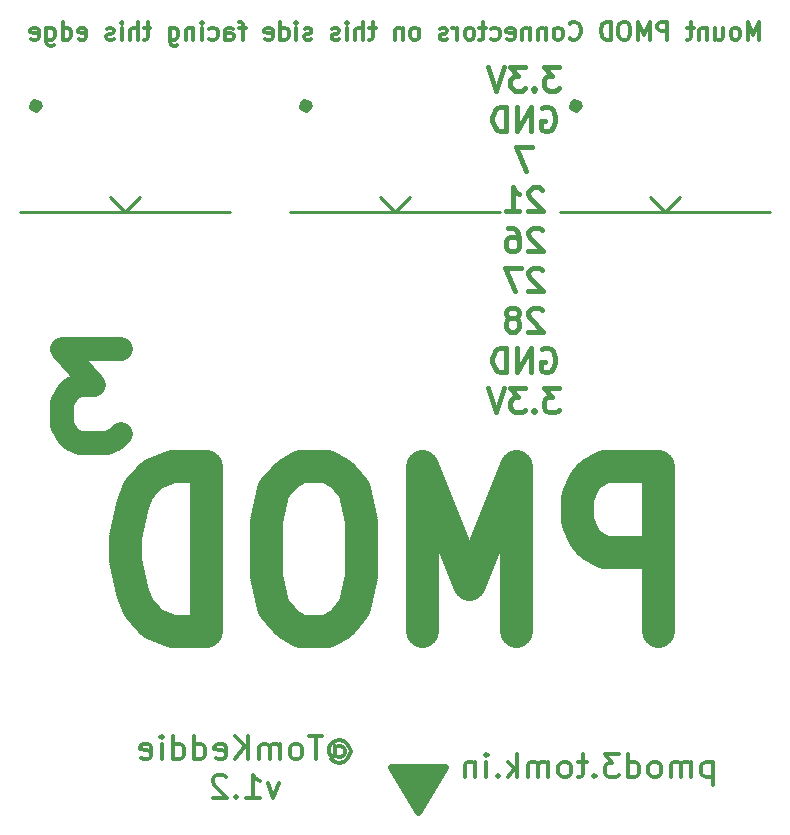
<source format=gbr>
G04 #@! TF.GenerationSoftware,KiCad,Pcbnew,5.1.4+dfsg1-1*
G04 #@! TF.CreationDate,2019-11-19T12:45:03-08:00*
G04 #@! TF.ProjectId,cartridge,63617274-7269-4646-9765-2e6b69636164,rev?*
G04 #@! TF.SameCoordinates,PX40311b0PY2227a70*
G04 #@! TF.FileFunction,Legend,Bot*
G04 #@! TF.FilePolarity,Positive*
%FSLAX46Y46*%
G04 Gerber Fmt 4.6, Leading zero omitted, Abs format (unit mm)*
G04 Created by KiCad (PCBNEW 5.1.4+dfsg1-1) date 2019-11-19 12:45:03*
%MOMM*%
%LPD*%
G04 APERTURE LIST*
%ADD10C,0.300000*%
%ADD11C,0.400000*%
%ADD12C,2.000000*%
%ADD13C,2.800000*%
%ADD14C,0.600000*%
%ADD15C,1.000000*%
%ADD16C,0.254000*%
G04 APERTURE END LIST*
D10*
X59244190Y-64341428D02*
X59244190Y-66341428D01*
X59244190Y-64436666D02*
X59053714Y-64341428D01*
X58672761Y-64341428D01*
X58482285Y-64436666D01*
X58387047Y-64531904D01*
X58291809Y-64722380D01*
X58291809Y-65293809D01*
X58387047Y-65484285D01*
X58482285Y-65579523D01*
X58672761Y-65674761D01*
X59053714Y-65674761D01*
X59244190Y-65579523D01*
X57434666Y-65674761D02*
X57434666Y-64341428D01*
X57434666Y-64531904D02*
X57339428Y-64436666D01*
X57148952Y-64341428D01*
X56863238Y-64341428D01*
X56672761Y-64436666D01*
X56577523Y-64627142D01*
X56577523Y-65674761D01*
X56577523Y-64627142D02*
X56482285Y-64436666D01*
X56291809Y-64341428D01*
X56006095Y-64341428D01*
X55815619Y-64436666D01*
X55720380Y-64627142D01*
X55720380Y-65674761D01*
X54482285Y-65674761D02*
X54672761Y-65579523D01*
X54768000Y-65484285D01*
X54863238Y-65293809D01*
X54863238Y-64722380D01*
X54768000Y-64531904D01*
X54672761Y-64436666D01*
X54482285Y-64341428D01*
X54196571Y-64341428D01*
X54006095Y-64436666D01*
X53910857Y-64531904D01*
X53815619Y-64722380D01*
X53815619Y-65293809D01*
X53910857Y-65484285D01*
X54006095Y-65579523D01*
X54196571Y-65674761D01*
X54482285Y-65674761D01*
X52101333Y-65674761D02*
X52101333Y-63674761D01*
X52101333Y-65579523D02*
X52291809Y-65674761D01*
X52672761Y-65674761D01*
X52863238Y-65579523D01*
X52958476Y-65484285D01*
X53053714Y-65293809D01*
X53053714Y-64722380D01*
X52958476Y-64531904D01*
X52863238Y-64436666D01*
X52672761Y-64341428D01*
X52291809Y-64341428D01*
X52101333Y-64436666D01*
X51339428Y-63674761D02*
X50101333Y-63674761D01*
X50768000Y-64436666D01*
X50482285Y-64436666D01*
X50291809Y-64531904D01*
X50196571Y-64627142D01*
X50101333Y-64817619D01*
X50101333Y-65293809D01*
X50196571Y-65484285D01*
X50291809Y-65579523D01*
X50482285Y-65674761D01*
X51053714Y-65674761D01*
X51244190Y-65579523D01*
X51339428Y-65484285D01*
X49244190Y-65484285D02*
X49148952Y-65579523D01*
X49244190Y-65674761D01*
X49339428Y-65579523D01*
X49244190Y-65484285D01*
X49244190Y-65674761D01*
X48577523Y-64341428D02*
X47815619Y-64341428D01*
X48291809Y-63674761D02*
X48291809Y-65389047D01*
X48196571Y-65579523D01*
X48006095Y-65674761D01*
X47815619Y-65674761D01*
X46863238Y-65674761D02*
X47053714Y-65579523D01*
X47148952Y-65484285D01*
X47244190Y-65293809D01*
X47244190Y-64722380D01*
X47148952Y-64531904D01*
X47053714Y-64436666D01*
X46863238Y-64341428D01*
X46577523Y-64341428D01*
X46387047Y-64436666D01*
X46291809Y-64531904D01*
X46196571Y-64722380D01*
X46196571Y-65293809D01*
X46291809Y-65484285D01*
X46387047Y-65579523D01*
X46577523Y-65674761D01*
X46863238Y-65674761D01*
X45339428Y-65674761D02*
X45339428Y-64341428D01*
X45339428Y-64531904D02*
X45244190Y-64436666D01*
X45053714Y-64341428D01*
X44768000Y-64341428D01*
X44577523Y-64436666D01*
X44482285Y-64627142D01*
X44482285Y-65674761D01*
X44482285Y-64627142D02*
X44387047Y-64436666D01*
X44196571Y-64341428D01*
X43910857Y-64341428D01*
X43720380Y-64436666D01*
X43625142Y-64627142D01*
X43625142Y-65674761D01*
X42672761Y-65674761D02*
X42672761Y-63674761D01*
X42482285Y-64912857D02*
X41910857Y-65674761D01*
X41910857Y-64341428D02*
X42672761Y-65103333D01*
X41053714Y-65484285D02*
X40958476Y-65579523D01*
X41053714Y-65674761D01*
X41148952Y-65579523D01*
X41053714Y-65484285D01*
X41053714Y-65674761D01*
X40101333Y-65674761D02*
X40101333Y-64341428D01*
X40101333Y-63674761D02*
X40196571Y-63770000D01*
X40101333Y-63865238D01*
X40006095Y-63770000D01*
X40101333Y-63674761D01*
X40101333Y-63865238D01*
X39148952Y-64341428D02*
X39148952Y-65674761D01*
X39148952Y-64531904D02*
X39053714Y-64436666D01*
X38863238Y-64341428D01*
X38577523Y-64341428D01*
X38387047Y-64436666D01*
X38291809Y-64627142D01*
X38291809Y-65674761D01*
D11*
X46221280Y-5535861D02*
X44983185Y-5535861D01*
X45649852Y-6297766D01*
X45364138Y-6297766D01*
X45173661Y-6393004D01*
X45078423Y-6488242D01*
X44983185Y-6678719D01*
X44983185Y-7154909D01*
X45078423Y-7345385D01*
X45173661Y-7440623D01*
X45364138Y-7535861D01*
X45935566Y-7535861D01*
X46126042Y-7440623D01*
X46221280Y-7345385D01*
X44126042Y-7345385D02*
X44030804Y-7440623D01*
X44126042Y-7535861D01*
X44221280Y-7440623D01*
X44126042Y-7345385D01*
X44126042Y-7535861D01*
X43364138Y-5535861D02*
X42126042Y-5535861D01*
X42792709Y-6297766D01*
X42506995Y-6297766D01*
X42316519Y-6393004D01*
X42221280Y-6488242D01*
X42126042Y-6678719D01*
X42126042Y-7154909D01*
X42221280Y-7345385D01*
X42316519Y-7440623D01*
X42506995Y-7535861D01*
X43078423Y-7535861D01*
X43268900Y-7440623D01*
X43364138Y-7345385D01*
X41554614Y-5535861D02*
X40887947Y-7535861D01*
X40221280Y-5535861D01*
X44792709Y-9031100D02*
X44983185Y-8935861D01*
X45268900Y-8935861D01*
X45554614Y-9031100D01*
X45745090Y-9221576D01*
X45840328Y-9412052D01*
X45935566Y-9793004D01*
X45935566Y-10078719D01*
X45840328Y-10459671D01*
X45745090Y-10650147D01*
X45554614Y-10840623D01*
X45268900Y-10935861D01*
X45078423Y-10935861D01*
X44792709Y-10840623D01*
X44697471Y-10745385D01*
X44697471Y-10078719D01*
X45078423Y-10078719D01*
X43840328Y-10935861D02*
X43840328Y-8935861D01*
X42697471Y-10935861D01*
X42697471Y-8935861D01*
X41745090Y-10935861D02*
X41745090Y-8935861D01*
X41268900Y-8935861D01*
X40983185Y-9031100D01*
X40792709Y-9221576D01*
X40697471Y-9412052D01*
X40602233Y-9793004D01*
X40602233Y-10078719D01*
X40697471Y-10459671D01*
X40792709Y-10650147D01*
X40983185Y-10840623D01*
X41268900Y-10935861D01*
X41745090Y-10935861D01*
X43935566Y-12335861D02*
X42602233Y-12335861D01*
X43459376Y-14335861D01*
X44792709Y-15926338D02*
X44697471Y-15831100D01*
X44506995Y-15735861D01*
X44030804Y-15735861D01*
X43840328Y-15831100D01*
X43745090Y-15926338D01*
X43649852Y-16116814D01*
X43649852Y-16307290D01*
X43745090Y-16593004D01*
X44887947Y-17735861D01*
X43649852Y-17735861D01*
X41745090Y-17735861D02*
X42887947Y-17735861D01*
X42316519Y-17735861D02*
X42316519Y-15735861D01*
X42506995Y-16021576D01*
X42697471Y-16212052D01*
X42887947Y-16307290D01*
X44792709Y-19326338D02*
X44697471Y-19231100D01*
X44506995Y-19135861D01*
X44030804Y-19135861D01*
X43840328Y-19231100D01*
X43745090Y-19326338D01*
X43649852Y-19516814D01*
X43649852Y-19707290D01*
X43745090Y-19993004D01*
X44887947Y-21135861D01*
X43649852Y-21135861D01*
X41935566Y-19135861D02*
X42316519Y-19135861D01*
X42506995Y-19231100D01*
X42602233Y-19326338D01*
X42792709Y-19612052D01*
X42887947Y-19993004D01*
X42887947Y-20754909D01*
X42792709Y-20945385D01*
X42697471Y-21040623D01*
X42506995Y-21135861D01*
X42126042Y-21135861D01*
X41935566Y-21040623D01*
X41840328Y-20945385D01*
X41745090Y-20754909D01*
X41745090Y-20278719D01*
X41840328Y-20088242D01*
X41935566Y-19993004D01*
X42126042Y-19897766D01*
X42506995Y-19897766D01*
X42697471Y-19993004D01*
X42792709Y-20088242D01*
X42887947Y-20278719D01*
X44792709Y-22726338D02*
X44697471Y-22631100D01*
X44506995Y-22535861D01*
X44030804Y-22535861D01*
X43840328Y-22631100D01*
X43745090Y-22726338D01*
X43649852Y-22916814D01*
X43649852Y-23107290D01*
X43745090Y-23393004D01*
X44887947Y-24535861D01*
X43649852Y-24535861D01*
X42983185Y-22535861D02*
X41649852Y-22535861D01*
X42506995Y-24535861D01*
X44792709Y-26126338D02*
X44697471Y-26031100D01*
X44506995Y-25935861D01*
X44030804Y-25935861D01*
X43840328Y-26031100D01*
X43745090Y-26126338D01*
X43649852Y-26316814D01*
X43649852Y-26507290D01*
X43745090Y-26793004D01*
X44887947Y-27935861D01*
X43649852Y-27935861D01*
X42506995Y-26793004D02*
X42697471Y-26697766D01*
X42792709Y-26602528D01*
X42887947Y-26412052D01*
X42887947Y-26316814D01*
X42792709Y-26126338D01*
X42697471Y-26031100D01*
X42506995Y-25935861D01*
X42126042Y-25935861D01*
X41935566Y-26031100D01*
X41840328Y-26126338D01*
X41745090Y-26316814D01*
X41745090Y-26412052D01*
X41840328Y-26602528D01*
X41935566Y-26697766D01*
X42126042Y-26793004D01*
X42506995Y-26793004D01*
X42697471Y-26888242D01*
X42792709Y-26983480D01*
X42887947Y-27173957D01*
X42887947Y-27554909D01*
X42792709Y-27745385D01*
X42697471Y-27840623D01*
X42506995Y-27935861D01*
X42126042Y-27935861D01*
X41935566Y-27840623D01*
X41840328Y-27745385D01*
X41745090Y-27554909D01*
X41745090Y-27173957D01*
X41840328Y-26983480D01*
X41935566Y-26888242D01*
X42126042Y-26793004D01*
X44792709Y-29431100D02*
X44983185Y-29335861D01*
X45268900Y-29335861D01*
X45554614Y-29431100D01*
X45745090Y-29621576D01*
X45840328Y-29812052D01*
X45935566Y-30193004D01*
X45935566Y-30478719D01*
X45840328Y-30859671D01*
X45745090Y-31050147D01*
X45554614Y-31240623D01*
X45268900Y-31335861D01*
X45078423Y-31335861D01*
X44792709Y-31240623D01*
X44697471Y-31145385D01*
X44697471Y-30478719D01*
X45078423Y-30478719D01*
X43840328Y-31335861D02*
X43840328Y-29335861D01*
X42697471Y-31335861D01*
X42697471Y-29335861D01*
X41745090Y-31335861D02*
X41745090Y-29335861D01*
X41268900Y-29335861D01*
X40983185Y-29431100D01*
X40792709Y-29621576D01*
X40697471Y-29812052D01*
X40602233Y-30193004D01*
X40602233Y-30478719D01*
X40697471Y-30859671D01*
X40792709Y-31050147D01*
X40983185Y-31240623D01*
X41268900Y-31335861D01*
X41745090Y-31335861D01*
X46221280Y-32735861D02*
X44983185Y-32735861D01*
X45649852Y-33497766D01*
X45364138Y-33497766D01*
X45173661Y-33593004D01*
X45078423Y-33688242D01*
X44983185Y-33878719D01*
X44983185Y-34354909D01*
X45078423Y-34545385D01*
X45173661Y-34640623D01*
X45364138Y-34735861D01*
X45935566Y-34735861D01*
X46126042Y-34640623D01*
X46221280Y-34545385D01*
X44126042Y-34545385D02*
X44030804Y-34640623D01*
X44126042Y-34735861D01*
X44221280Y-34640623D01*
X44126042Y-34545385D01*
X44126042Y-34735861D01*
X43364138Y-32735861D02*
X42126042Y-32735861D01*
X42792709Y-33497766D01*
X42506995Y-33497766D01*
X42316519Y-33593004D01*
X42221280Y-33688242D01*
X42126042Y-33878719D01*
X42126042Y-34354909D01*
X42221280Y-34545385D01*
X42316519Y-34640623D01*
X42506995Y-34735861D01*
X43078423Y-34735861D01*
X43268900Y-34640623D01*
X43364138Y-34545385D01*
X41554614Y-32735861D02*
X40887947Y-34735861D01*
X40221280Y-32735861D01*
D12*
X9130966Y-29375647D02*
X4178585Y-29375647D01*
X6845252Y-32423266D01*
X5702395Y-32423266D01*
X4940490Y-32804219D01*
X4559538Y-33185171D01*
X4178585Y-33947076D01*
X4178585Y-35851838D01*
X4559538Y-36613742D01*
X4940490Y-36994695D01*
X5702395Y-37375647D01*
X7988109Y-37375647D01*
X8750014Y-36994695D01*
X9130966Y-36613742D01*
D13*
X54619914Y-53297933D02*
X54619914Y-39297933D01*
X50048485Y-39297933D01*
X48905628Y-39964600D01*
X48334200Y-40631266D01*
X47762771Y-41964600D01*
X47762771Y-43964600D01*
X48334200Y-45297933D01*
X48905628Y-45964600D01*
X50048485Y-46631266D01*
X54619914Y-46631266D01*
X42619914Y-53297933D02*
X42619914Y-39297933D01*
X38619914Y-49297933D01*
X34619914Y-39297933D01*
X34619914Y-53297933D01*
X26619914Y-39297933D02*
X24334200Y-39297933D01*
X23191342Y-39964600D01*
X22048485Y-41297933D01*
X21477057Y-43964600D01*
X21477057Y-48631266D01*
X22048485Y-51297933D01*
X23191342Y-52631266D01*
X24334200Y-53297933D01*
X26619914Y-53297933D01*
X27762771Y-52631266D01*
X28905628Y-51297933D01*
X29477057Y-48631266D01*
X29477057Y-43964600D01*
X28905628Y-41297933D01*
X27762771Y-39964600D01*
X26619914Y-39297933D01*
X16334200Y-53297933D02*
X16334200Y-39297933D01*
X13477057Y-39297933D01*
X11762771Y-39964600D01*
X10619914Y-41297933D01*
X10048485Y-42631266D01*
X9477057Y-45297933D01*
X9477057Y-47297933D01*
X10048485Y-49964600D01*
X10619914Y-51297933D01*
X11762771Y-52631266D01*
X13477057Y-53297933D01*
X16334200Y-53297933D01*
D10*
X27256428Y-63199380D02*
X27351666Y-63104142D01*
X27542142Y-63008904D01*
X27732619Y-63008904D01*
X27923095Y-63104142D01*
X28018333Y-63199380D01*
X28113571Y-63389857D01*
X28113571Y-63580333D01*
X28018333Y-63770809D01*
X27923095Y-63866047D01*
X27732619Y-63961285D01*
X27542142Y-63961285D01*
X27351666Y-63866047D01*
X27256428Y-63770809D01*
X27256428Y-63008904D02*
X27256428Y-63770809D01*
X27161190Y-63866047D01*
X27065952Y-63866047D01*
X26875476Y-63770809D01*
X26780238Y-63580333D01*
X26780238Y-63104142D01*
X26970714Y-62818428D01*
X27256428Y-62627952D01*
X27637380Y-62532714D01*
X28018333Y-62627952D01*
X28304047Y-62818428D01*
X28494523Y-63104142D01*
X28589761Y-63485095D01*
X28494523Y-63866047D01*
X28304047Y-64151761D01*
X28018333Y-64342238D01*
X27637380Y-64437476D01*
X27256428Y-64342238D01*
X26970714Y-64151761D01*
X26208809Y-62151761D02*
X25065952Y-62151761D01*
X25637380Y-64151761D02*
X25637380Y-62151761D01*
X24113571Y-64151761D02*
X24304047Y-64056523D01*
X24399285Y-63961285D01*
X24494523Y-63770809D01*
X24494523Y-63199380D01*
X24399285Y-63008904D01*
X24304047Y-62913666D01*
X24113571Y-62818428D01*
X23827857Y-62818428D01*
X23637380Y-62913666D01*
X23542142Y-63008904D01*
X23446904Y-63199380D01*
X23446904Y-63770809D01*
X23542142Y-63961285D01*
X23637380Y-64056523D01*
X23827857Y-64151761D01*
X24113571Y-64151761D01*
X22589761Y-64151761D02*
X22589761Y-62818428D01*
X22589761Y-63008904D02*
X22494523Y-62913666D01*
X22304047Y-62818428D01*
X22018333Y-62818428D01*
X21827857Y-62913666D01*
X21732619Y-63104142D01*
X21732619Y-64151761D01*
X21732619Y-63104142D02*
X21637380Y-62913666D01*
X21446904Y-62818428D01*
X21161190Y-62818428D01*
X20970714Y-62913666D01*
X20875476Y-63104142D01*
X20875476Y-64151761D01*
X19923095Y-64151761D02*
X19923095Y-62151761D01*
X18780238Y-64151761D02*
X19637380Y-63008904D01*
X18780238Y-62151761D02*
X19923095Y-63294619D01*
X17161190Y-64056523D02*
X17351666Y-64151761D01*
X17732619Y-64151761D01*
X17923095Y-64056523D01*
X18018333Y-63866047D01*
X18018333Y-63104142D01*
X17923095Y-62913666D01*
X17732619Y-62818428D01*
X17351666Y-62818428D01*
X17161190Y-62913666D01*
X17065952Y-63104142D01*
X17065952Y-63294619D01*
X18018333Y-63485095D01*
X15351666Y-64151761D02*
X15351666Y-62151761D01*
X15351666Y-64056523D02*
X15542142Y-64151761D01*
X15923095Y-64151761D01*
X16113571Y-64056523D01*
X16208809Y-63961285D01*
X16304047Y-63770809D01*
X16304047Y-63199380D01*
X16208809Y-63008904D01*
X16113571Y-62913666D01*
X15923095Y-62818428D01*
X15542142Y-62818428D01*
X15351666Y-62913666D01*
X13542142Y-64151761D02*
X13542142Y-62151761D01*
X13542142Y-64056523D02*
X13732619Y-64151761D01*
X14113571Y-64151761D01*
X14304047Y-64056523D01*
X14399285Y-63961285D01*
X14494523Y-63770809D01*
X14494523Y-63199380D01*
X14399285Y-63008904D01*
X14304047Y-62913666D01*
X14113571Y-62818428D01*
X13732619Y-62818428D01*
X13542142Y-62913666D01*
X12589761Y-64151761D02*
X12589761Y-62818428D01*
X12589761Y-62151761D02*
X12685000Y-62247000D01*
X12589761Y-62342238D01*
X12494523Y-62247000D01*
X12589761Y-62151761D01*
X12589761Y-62342238D01*
X10875476Y-64056523D02*
X11065952Y-64151761D01*
X11446904Y-64151761D01*
X11637380Y-64056523D01*
X11732619Y-63866047D01*
X11732619Y-63104142D01*
X11637380Y-62913666D01*
X11446904Y-62818428D01*
X11065952Y-62818428D01*
X10875476Y-62913666D01*
X10780238Y-63104142D01*
X10780238Y-63294619D01*
X11732619Y-63485095D01*
X22542142Y-66118428D02*
X22065952Y-67451761D01*
X21589761Y-66118428D01*
X19780238Y-67451761D02*
X20923095Y-67451761D01*
X20351666Y-67451761D02*
X20351666Y-65451761D01*
X20542142Y-65737476D01*
X20732619Y-65927952D01*
X20923095Y-66023190D01*
X18923095Y-67261285D02*
X18827857Y-67356523D01*
X18923095Y-67451761D01*
X19018333Y-67356523D01*
X18923095Y-67261285D01*
X18923095Y-67451761D01*
X18065952Y-65642238D02*
X17970714Y-65547000D01*
X17780238Y-65451761D01*
X17304047Y-65451761D01*
X17113571Y-65547000D01*
X17018333Y-65642238D01*
X16923095Y-65832714D01*
X16923095Y-66023190D01*
X17018333Y-66308904D01*
X18161190Y-67451761D01*
X16923095Y-67451761D01*
X63206428Y-3219571D02*
X63206428Y-1719571D01*
X62706428Y-2791000D01*
X62206428Y-1719571D01*
X62206428Y-3219571D01*
X61277857Y-3219571D02*
X61420714Y-3148142D01*
X61492142Y-3076714D01*
X61563571Y-2933857D01*
X61563571Y-2505285D01*
X61492142Y-2362428D01*
X61420714Y-2291000D01*
X61277857Y-2219571D01*
X61063571Y-2219571D01*
X60920714Y-2291000D01*
X60849285Y-2362428D01*
X60777857Y-2505285D01*
X60777857Y-2933857D01*
X60849285Y-3076714D01*
X60920714Y-3148142D01*
X61063571Y-3219571D01*
X61277857Y-3219571D01*
X59492142Y-2219571D02*
X59492142Y-3219571D01*
X60134999Y-2219571D02*
X60134999Y-3005285D01*
X60063571Y-3148142D01*
X59920714Y-3219571D01*
X59706428Y-3219571D01*
X59563571Y-3148142D01*
X59492142Y-3076714D01*
X58777857Y-2219571D02*
X58777857Y-3219571D01*
X58777857Y-2362428D02*
X58706428Y-2291000D01*
X58563571Y-2219571D01*
X58349285Y-2219571D01*
X58206428Y-2291000D01*
X58134999Y-2433857D01*
X58134999Y-3219571D01*
X57634999Y-2219571D02*
X57063571Y-2219571D01*
X57420714Y-1719571D02*
X57420714Y-3005285D01*
X57349285Y-3148142D01*
X57206428Y-3219571D01*
X57063571Y-3219571D01*
X55420714Y-3219571D02*
X55420714Y-1719571D01*
X54849285Y-1719571D01*
X54706428Y-1791000D01*
X54634999Y-1862428D01*
X54563571Y-2005285D01*
X54563571Y-2219571D01*
X54634999Y-2362428D01*
X54706428Y-2433857D01*
X54849285Y-2505285D01*
X55420714Y-2505285D01*
X53920714Y-3219571D02*
X53920714Y-1719571D01*
X53420714Y-2791000D01*
X52920714Y-1719571D01*
X52920714Y-3219571D01*
X51920714Y-1719571D02*
X51634999Y-1719571D01*
X51492142Y-1791000D01*
X51349285Y-1933857D01*
X51277857Y-2219571D01*
X51277857Y-2719571D01*
X51349285Y-3005285D01*
X51492142Y-3148142D01*
X51634999Y-3219571D01*
X51920714Y-3219571D01*
X52063571Y-3148142D01*
X52206428Y-3005285D01*
X52277857Y-2719571D01*
X52277857Y-2219571D01*
X52206428Y-1933857D01*
X52063571Y-1791000D01*
X51920714Y-1719571D01*
X50634999Y-3219571D02*
X50634999Y-1719571D01*
X50277857Y-1719571D01*
X50063571Y-1791000D01*
X49920714Y-1933857D01*
X49849285Y-2076714D01*
X49777857Y-2362428D01*
X49777857Y-2576714D01*
X49849285Y-2862428D01*
X49920714Y-3005285D01*
X50063571Y-3148142D01*
X50277857Y-3219571D01*
X50634999Y-3219571D01*
X47134999Y-3076714D02*
X47206428Y-3148142D01*
X47420714Y-3219571D01*
X47563571Y-3219571D01*
X47777857Y-3148142D01*
X47920714Y-3005285D01*
X47992142Y-2862428D01*
X48063571Y-2576714D01*
X48063571Y-2362428D01*
X47992142Y-2076714D01*
X47920714Y-1933857D01*
X47777857Y-1791000D01*
X47563571Y-1719571D01*
X47420714Y-1719571D01*
X47206428Y-1791000D01*
X47134999Y-1862428D01*
X46277857Y-3219571D02*
X46420714Y-3148142D01*
X46492142Y-3076714D01*
X46563571Y-2933857D01*
X46563571Y-2505285D01*
X46492142Y-2362428D01*
X46420714Y-2291000D01*
X46277857Y-2219571D01*
X46063571Y-2219571D01*
X45920714Y-2291000D01*
X45849285Y-2362428D01*
X45777857Y-2505285D01*
X45777857Y-2933857D01*
X45849285Y-3076714D01*
X45920714Y-3148142D01*
X46063571Y-3219571D01*
X46277857Y-3219571D01*
X45134999Y-2219571D02*
X45134999Y-3219571D01*
X45134999Y-2362428D02*
X45063571Y-2291000D01*
X44920714Y-2219571D01*
X44706428Y-2219571D01*
X44563571Y-2291000D01*
X44492142Y-2433857D01*
X44492142Y-3219571D01*
X43777857Y-2219571D02*
X43777857Y-3219571D01*
X43777857Y-2362428D02*
X43706428Y-2291000D01*
X43563571Y-2219571D01*
X43349285Y-2219571D01*
X43206428Y-2291000D01*
X43134999Y-2433857D01*
X43134999Y-3219571D01*
X41849285Y-3148142D02*
X41992142Y-3219571D01*
X42277857Y-3219571D01*
X42420714Y-3148142D01*
X42492142Y-3005285D01*
X42492142Y-2433857D01*
X42420714Y-2291000D01*
X42277857Y-2219571D01*
X41992142Y-2219571D01*
X41849285Y-2291000D01*
X41777857Y-2433857D01*
X41777857Y-2576714D01*
X42492142Y-2719571D01*
X40492142Y-3148142D02*
X40634999Y-3219571D01*
X40920714Y-3219571D01*
X41063571Y-3148142D01*
X41134999Y-3076714D01*
X41206428Y-2933857D01*
X41206428Y-2505285D01*
X41134999Y-2362428D01*
X41063571Y-2291000D01*
X40920714Y-2219571D01*
X40634999Y-2219571D01*
X40492142Y-2291000D01*
X40063571Y-2219571D02*
X39492142Y-2219571D01*
X39849285Y-1719571D02*
X39849285Y-3005285D01*
X39777857Y-3148142D01*
X39634999Y-3219571D01*
X39492142Y-3219571D01*
X38777857Y-3219571D02*
X38920714Y-3148142D01*
X38992142Y-3076714D01*
X39063571Y-2933857D01*
X39063571Y-2505285D01*
X38992142Y-2362428D01*
X38920714Y-2291000D01*
X38777857Y-2219571D01*
X38563571Y-2219571D01*
X38420714Y-2291000D01*
X38349285Y-2362428D01*
X38277857Y-2505285D01*
X38277857Y-2933857D01*
X38349285Y-3076714D01*
X38420714Y-3148142D01*
X38563571Y-3219571D01*
X38777857Y-3219571D01*
X37634999Y-3219571D02*
X37634999Y-2219571D01*
X37634999Y-2505285D02*
X37563571Y-2362428D01*
X37492142Y-2291000D01*
X37349285Y-2219571D01*
X37206428Y-2219571D01*
X36777857Y-3148142D02*
X36634999Y-3219571D01*
X36349285Y-3219571D01*
X36206428Y-3148142D01*
X36134999Y-3005285D01*
X36134999Y-2933857D01*
X36206428Y-2791000D01*
X36349285Y-2719571D01*
X36563571Y-2719571D01*
X36706428Y-2648142D01*
X36777857Y-2505285D01*
X36777857Y-2433857D01*
X36706428Y-2291000D01*
X36563571Y-2219571D01*
X36349285Y-2219571D01*
X36206428Y-2291000D01*
X34134999Y-3219571D02*
X34277857Y-3148142D01*
X34349285Y-3076714D01*
X34420714Y-2933857D01*
X34420714Y-2505285D01*
X34349285Y-2362428D01*
X34277857Y-2291000D01*
X34134999Y-2219571D01*
X33920714Y-2219571D01*
X33777857Y-2291000D01*
X33706428Y-2362428D01*
X33634999Y-2505285D01*
X33634999Y-2933857D01*
X33706428Y-3076714D01*
X33777857Y-3148142D01*
X33920714Y-3219571D01*
X34134999Y-3219571D01*
X32992142Y-2219571D02*
X32992142Y-3219571D01*
X32992142Y-2362428D02*
X32920714Y-2291000D01*
X32777857Y-2219571D01*
X32563571Y-2219571D01*
X32420714Y-2291000D01*
X32349285Y-2433857D01*
X32349285Y-3219571D01*
X30706428Y-2219571D02*
X30134999Y-2219571D01*
X30492142Y-1719571D02*
X30492142Y-3005285D01*
X30420714Y-3148142D01*
X30277857Y-3219571D01*
X30134999Y-3219571D01*
X29634999Y-3219571D02*
X29634999Y-1719571D01*
X28992142Y-3219571D02*
X28992142Y-2433857D01*
X29063571Y-2291000D01*
X29206428Y-2219571D01*
X29420714Y-2219571D01*
X29563571Y-2291000D01*
X29634999Y-2362428D01*
X28277857Y-3219571D02*
X28277857Y-2219571D01*
X28277857Y-1719571D02*
X28349285Y-1791000D01*
X28277857Y-1862428D01*
X28206428Y-1791000D01*
X28277857Y-1719571D01*
X28277857Y-1862428D01*
X27634999Y-3148142D02*
X27492142Y-3219571D01*
X27206428Y-3219571D01*
X27063571Y-3148142D01*
X26992142Y-3005285D01*
X26992142Y-2933857D01*
X27063571Y-2791000D01*
X27206428Y-2719571D01*
X27420714Y-2719571D01*
X27563571Y-2648142D01*
X27634999Y-2505285D01*
X27634999Y-2433857D01*
X27563571Y-2291000D01*
X27420714Y-2219571D01*
X27206428Y-2219571D01*
X27063571Y-2291000D01*
X25277857Y-3148142D02*
X25134999Y-3219571D01*
X24849285Y-3219571D01*
X24706428Y-3148142D01*
X24634999Y-3005285D01*
X24634999Y-2933857D01*
X24706428Y-2791000D01*
X24849285Y-2719571D01*
X25063571Y-2719571D01*
X25206428Y-2648142D01*
X25277857Y-2505285D01*
X25277857Y-2433857D01*
X25206428Y-2291000D01*
X25063571Y-2219571D01*
X24849285Y-2219571D01*
X24706428Y-2291000D01*
X23992142Y-3219571D02*
X23992142Y-2219571D01*
X23992142Y-1719571D02*
X24063571Y-1791000D01*
X23992142Y-1862428D01*
X23920714Y-1791000D01*
X23992142Y-1719571D01*
X23992142Y-1862428D01*
X22634999Y-3219571D02*
X22634999Y-1719571D01*
X22634999Y-3148142D02*
X22777857Y-3219571D01*
X23063571Y-3219571D01*
X23206428Y-3148142D01*
X23277857Y-3076714D01*
X23349285Y-2933857D01*
X23349285Y-2505285D01*
X23277857Y-2362428D01*
X23206428Y-2291000D01*
X23063571Y-2219571D01*
X22777857Y-2219571D01*
X22634999Y-2291000D01*
X21349285Y-3148142D02*
X21492142Y-3219571D01*
X21777857Y-3219571D01*
X21920714Y-3148142D01*
X21992142Y-3005285D01*
X21992142Y-2433857D01*
X21920714Y-2291000D01*
X21777857Y-2219571D01*
X21492142Y-2219571D01*
X21349285Y-2291000D01*
X21277857Y-2433857D01*
X21277857Y-2576714D01*
X21992142Y-2719571D01*
X19706428Y-2219571D02*
X19134999Y-2219571D01*
X19492142Y-3219571D02*
X19492142Y-1933857D01*
X19420714Y-1791000D01*
X19277857Y-1719571D01*
X19134999Y-1719571D01*
X17992142Y-3219571D02*
X17992142Y-2433857D01*
X18063571Y-2291000D01*
X18206428Y-2219571D01*
X18492142Y-2219571D01*
X18634999Y-2291000D01*
X17992142Y-3148142D02*
X18134999Y-3219571D01*
X18492142Y-3219571D01*
X18634999Y-3148142D01*
X18706428Y-3005285D01*
X18706428Y-2862428D01*
X18634999Y-2719571D01*
X18492142Y-2648142D01*
X18134999Y-2648142D01*
X17992142Y-2576714D01*
X16634999Y-3148142D02*
X16777857Y-3219571D01*
X17063571Y-3219571D01*
X17206428Y-3148142D01*
X17277857Y-3076714D01*
X17349285Y-2933857D01*
X17349285Y-2505285D01*
X17277857Y-2362428D01*
X17206428Y-2291000D01*
X17063571Y-2219571D01*
X16777857Y-2219571D01*
X16634999Y-2291000D01*
X15992142Y-3219571D02*
X15992142Y-2219571D01*
X15992142Y-1719571D02*
X16063571Y-1791000D01*
X15992142Y-1862428D01*
X15920714Y-1791000D01*
X15992142Y-1719571D01*
X15992142Y-1862428D01*
X15277857Y-2219571D02*
X15277857Y-3219571D01*
X15277857Y-2362428D02*
X15206428Y-2291000D01*
X15063571Y-2219571D01*
X14849285Y-2219571D01*
X14706428Y-2291000D01*
X14634999Y-2433857D01*
X14634999Y-3219571D01*
X13277857Y-2219571D02*
X13277857Y-3433857D01*
X13349285Y-3576714D01*
X13420714Y-3648142D01*
X13563571Y-3719571D01*
X13777857Y-3719571D01*
X13920714Y-3648142D01*
X13277857Y-3148142D02*
X13420714Y-3219571D01*
X13706428Y-3219571D01*
X13849285Y-3148142D01*
X13920714Y-3076714D01*
X13992142Y-2933857D01*
X13992142Y-2505285D01*
X13920714Y-2362428D01*
X13849285Y-2291000D01*
X13706428Y-2219571D01*
X13420714Y-2219571D01*
X13277857Y-2291000D01*
X11634999Y-2219571D02*
X11063571Y-2219571D01*
X11420714Y-1719571D02*
X11420714Y-3005285D01*
X11349285Y-3148142D01*
X11206428Y-3219571D01*
X11063571Y-3219571D01*
X10563571Y-3219571D02*
X10563571Y-1719571D01*
X9920714Y-3219571D02*
X9920714Y-2433857D01*
X9992142Y-2291000D01*
X10134999Y-2219571D01*
X10349285Y-2219571D01*
X10492142Y-2291000D01*
X10563571Y-2362428D01*
X9206428Y-3219571D02*
X9206428Y-2219571D01*
X9206428Y-1719571D02*
X9277857Y-1791000D01*
X9206428Y-1862428D01*
X9134999Y-1791000D01*
X9206428Y-1719571D01*
X9206428Y-1862428D01*
X8563571Y-3148142D02*
X8420714Y-3219571D01*
X8134999Y-3219571D01*
X7992142Y-3148142D01*
X7920714Y-3005285D01*
X7920714Y-2933857D01*
X7992142Y-2791000D01*
X8134999Y-2719571D01*
X8349285Y-2719571D01*
X8492142Y-2648142D01*
X8563571Y-2505285D01*
X8563571Y-2433857D01*
X8492142Y-2291000D01*
X8349285Y-2219571D01*
X8134999Y-2219571D01*
X7992142Y-2291000D01*
X5563571Y-3148142D02*
X5706428Y-3219571D01*
X5992142Y-3219571D01*
X6134999Y-3148142D01*
X6206428Y-3005285D01*
X6206428Y-2433857D01*
X6134999Y-2291000D01*
X5992142Y-2219571D01*
X5706428Y-2219571D01*
X5563571Y-2291000D01*
X5492142Y-2433857D01*
X5492142Y-2576714D01*
X6206428Y-2719571D01*
X4206428Y-3219571D02*
X4206428Y-1719571D01*
X4206428Y-3148142D02*
X4349285Y-3219571D01*
X4634999Y-3219571D01*
X4777857Y-3148142D01*
X4849285Y-3076714D01*
X4920714Y-2933857D01*
X4920714Y-2505285D01*
X4849285Y-2362428D01*
X4777857Y-2291000D01*
X4634999Y-2219571D01*
X4349285Y-2219571D01*
X4206428Y-2291000D01*
X2849285Y-2219571D02*
X2849285Y-3433857D01*
X2920714Y-3576714D01*
X2992142Y-3648142D01*
X3134999Y-3719571D01*
X3349285Y-3719571D01*
X3492142Y-3648142D01*
X2849285Y-3148142D02*
X2992142Y-3219571D01*
X3277857Y-3219571D01*
X3420714Y-3148142D01*
X3492142Y-3076714D01*
X3563571Y-2933857D01*
X3563571Y-2505285D01*
X3492142Y-2362428D01*
X3420714Y-2291000D01*
X3277857Y-2219571D01*
X2992142Y-2219571D01*
X2849285Y-2291000D01*
X1563571Y-3148142D02*
X1706428Y-3219571D01*
X1992142Y-3219571D01*
X2134999Y-3148142D01*
X2206428Y-3005285D01*
X2206428Y-2433857D01*
X2134999Y-2291000D01*
X1992142Y-2219571D01*
X1706428Y-2219571D01*
X1563571Y-2291000D01*
X1492142Y-2433857D01*
X1492142Y-2576714D01*
X2206428Y-2719571D01*
D14*
X34163000Y-68072000D02*
X34417000Y-68072000D01*
X33909000Y-67691000D02*
X34671000Y-67691000D01*
X33655000Y-67183000D02*
X34925000Y-67183000D01*
X33401000Y-66675000D02*
X35179000Y-66675000D01*
X33020000Y-66167000D02*
X35560000Y-66167000D01*
X32766000Y-65659000D02*
X35814000Y-65659000D01*
X32512000Y-65151000D02*
X36195000Y-65151000D01*
X36576000Y-64770000D02*
X34290000Y-68580000D01*
X32004000Y-64770000D02*
X36576000Y-64770000D01*
X34290000Y-68580000D02*
X32004000Y-64770000D01*
D15*
X47745000Y-8831000D02*
G75*
G03X47745000Y-8831000I-100000J0D01*
G01*
D16*
X55245000Y-17781000D02*
X56515000Y-16511000D01*
X53975000Y-16511000D02*
X55245000Y-17781000D01*
X55245000Y-17781000D02*
X64135000Y-17781000D01*
X46355000Y-17781000D02*
X55245000Y-17781000D01*
D15*
X24885000Y-8831000D02*
G75*
G03X24885000Y-8831000I-100000J0D01*
G01*
D16*
X32385000Y-17781000D02*
X33655000Y-16511000D01*
X31115000Y-16511000D02*
X32385000Y-17781000D01*
X32385000Y-17781000D02*
X41275000Y-17781000D01*
X23495000Y-17781000D02*
X32385000Y-17781000D01*
D15*
X2025000Y-8831000D02*
G75*
G03X2025000Y-8831000I-100000J0D01*
G01*
D16*
X9525000Y-17781000D02*
X10795000Y-16511000D01*
X8255000Y-16511000D02*
X9525000Y-17781000D01*
X9525000Y-17781000D02*
X18415000Y-17781000D01*
X635000Y-17781000D02*
X9525000Y-17781000D01*
M02*

</source>
